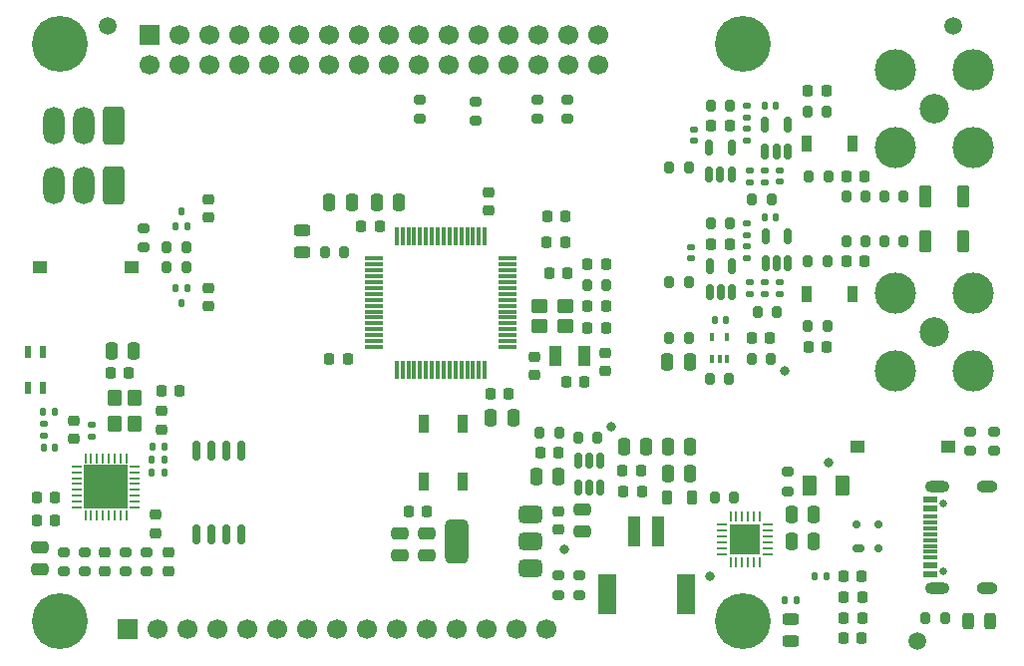
<source format=gbr>
%TF.GenerationSoftware,KiCad,Pcbnew,9.0.3*%
%TF.CreationDate,2025-10-02T12:34:45+05:30*%
%TF.ProjectId,pslab-mini,70736c61-622d-46d6-996e-692e6b696361,0.0.0*%
%TF.SameCoordinates,Original*%
%TF.FileFunction,Soldermask,Top*%
%TF.FilePolarity,Negative*%
%FSLAX46Y46*%
G04 Gerber Fmt 4.6, Leading zero omitted, Abs format (unit mm)*
G04 Created by KiCad (PCBNEW 9.0.3) date 2025-10-02 12:34:45*
%MOMM*%
%LPD*%
G01*
G04 APERTURE LIST*
G04 Aperture macros list*
%AMRoundRect*
0 Rectangle with rounded corners*
0 $1 Rounding radius*
0 $2 $3 $4 $5 $6 $7 $8 $9 X,Y pos of 4 corners*
0 Add a 4 corners polygon primitive as box body*
4,1,4,$2,$3,$4,$5,$6,$7,$8,$9,$2,$3,0*
0 Add four circle primitives for the rounded corners*
1,1,$1+$1,$2,$3*
1,1,$1+$1,$4,$5*
1,1,$1+$1,$6,$7*
1,1,$1+$1,$8,$9*
0 Add four rect primitives between the rounded corners*
20,1,$1+$1,$2,$3,$4,$5,0*
20,1,$1+$1,$4,$5,$6,$7,0*
20,1,$1+$1,$6,$7,$8,$9,0*
20,1,$1+$1,$8,$9,$2,$3,0*%
G04 Aperture macros list end*
%ADD10RoundRect,0.125000X0.125000X-0.175000X0.125000X0.175000X-0.125000X0.175000X-0.125000X-0.175000X0*%
%ADD11RoundRect,0.125000X-0.125000X0.175000X-0.125000X-0.175000X0.125000X-0.175000X0.125000X0.175000X0*%
%ADD12RoundRect,0.200000X-0.275000X0.200000X-0.275000X-0.200000X0.275000X-0.200000X0.275000X0.200000X0*%
%ADD13C,2.500000*%
%ADD14C,3.500000*%
%ADD15C,1.500000*%
%ADD16RoundRect,0.250000X0.275000X0.700000X-0.275000X0.700000X-0.275000X-0.700000X0.275000X-0.700000X0*%
%ADD17RoundRect,0.135000X-0.185000X0.135000X-0.185000X-0.135000X0.185000X-0.135000X0.185000X0.135000X0*%
%ADD18RoundRect,0.250000X-0.475000X0.250000X-0.475000X-0.250000X0.475000X-0.250000X0.475000X0.250000X0*%
%ADD19RoundRect,0.225000X-0.250000X0.225000X-0.250000X-0.225000X0.250000X-0.225000X0.250000X0.225000X0*%
%ADD20C,0.650000*%
%ADD21R,1.240000X0.600000*%
%ADD22R,1.240000X0.300000*%
%ADD23O,2.100000X1.000000*%
%ADD24O,1.800000X1.000000*%
%ADD25RoundRect,0.200000X0.200000X0.275000X-0.200000X0.275000X-0.200000X-0.275000X0.200000X-0.275000X0*%
%ADD26RoundRect,0.225000X-0.225000X-0.250000X0.225000X-0.250000X0.225000X0.250000X-0.225000X0.250000X0*%
%ADD27RoundRect,0.147500X-0.172500X0.147500X-0.172500X-0.147500X0.172500X-0.147500X0.172500X0.147500X0*%
%ADD28RoundRect,0.375000X0.625000X0.375000X-0.625000X0.375000X-0.625000X-0.375000X0.625000X-0.375000X0*%
%ADD29RoundRect,0.500000X0.500000X1.400000X-0.500000X1.400000X-0.500000X-1.400000X0.500000X-1.400000X0*%
%ADD30RoundRect,0.250000X0.250000X0.475000X-0.250000X0.475000X-0.250000X-0.475000X0.250000X-0.475000X0*%
%ADD31RoundRect,0.250000X0.475000X-0.250000X0.475000X0.250000X-0.475000X0.250000X-0.475000X-0.250000X0*%
%ADD32RoundRect,0.150000X-0.150000X0.512500X-0.150000X-0.512500X0.150000X-0.512500X0.150000X0.512500X0*%
%ADD33RoundRect,0.250000X0.375000X0.625000X-0.375000X0.625000X-0.375000X-0.625000X0.375000X-0.625000X0*%
%ADD34RoundRect,0.250000X-0.250000X-0.475000X0.250000X-0.475000X0.250000X0.475000X-0.250000X0.475000X0*%
%ADD35RoundRect,0.225000X0.225000X0.250000X-0.225000X0.250000X-0.225000X-0.250000X0.225000X-0.250000X0*%
%ADD36RoundRect,0.150000X0.150000X-0.512500X0.150000X0.512500X-0.150000X0.512500X-0.150000X-0.512500X0*%
%ADD37RoundRect,0.225000X0.250000X-0.225000X0.250000X0.225000X-0.250000X0.225000X-0.250000X-0.225000X0*%
%ADD38RoundRect,0.200000X-0.200000X-0.275000X0.200000X-0.275000X0.200000X0.275000X-0.200000X0.275000X0*%
%ADD39R,0.900000X1.400000*%
%ADD40R,1.250000X1.000000*%
%ADD41RoundRect,0.140000X-0.170000X0.140000X-0.170000X-0.140000X0.170000X-0.140000X0.170000X0.140000X0*%
%ADD42C,0.800000*%
%ADD43RoundRect,0.200000X0.275000X-0.200000X0.275000X0.200000X-0.275000X0.200000X-0.275000X-0.200000X0*%
%ADD44RoundRect,0.250000X-0.350000X0.450000X-0.350000X-0.450000X0.350000X-0.450000X0.350000X0.450000X0*%
%ADD45C,4.750000*%
%ADD46RoundRect,0.075000X0.700000X0.075000X-0.700000X0.075000X-0.700000X-0.075000X0.700000X-0.075000X0*%
%ADD47RoundRect,0.075000X0.075000X0.700000X-0.075000X0.700000X-0.075000X-0.700000X0.075000X-0.700000X0*%
%ADD48RoundRect,0.140000X-0.140000X-0.170000X0.140000X-0.170000X0.140000X0.170000X-0.140000X0.170000X0*%
%ADD49RoundRect,0.135000X-0.135000X-0.185000X0.135000X-0.185000X0.135000X0.185000X-0.135000X0.185000X0*%
%ADD50RoundRect,0.218750X-0.218750X-0.256250X0.218750X-0.256250X0.218750X0.256250X-0.218750X0.256250X0*%
%ADD51RoundRect,0.250000X-0.450000X-0.350000X0.450000X-0.350000X0.450000X0.350000X-0.450000X0.350000X0*%
%ADD52RoundRect,0.243750X0.243750X0.456250X-0.243750X0.456250X-0.243750X-0.456250X0.243750X-0.456250X0*%
%ADD53RoundRect,0.140000X0.140000X0.170000X-0.140000X0.170000X-0.140000X-0.170000X0.140000X-0.170000X0*%
%ADD54R,1.000000X1.800000*%
%ADD55RoundRect,0.175000X0.325000X-0.175000X0.325000X0.175000X-0.325000X0.175000X-0.325000X-0.175000X0*%
%ADD56RoundRect,0.150000X0.150000X-0.200000X0.150000X0.200000X-0.150000X0.200000X-0.150000X-0.200000X0*%
%ADD57R,1.000000X2.600000*%
%ADD58R,1.500000X3.400000*%
%ADD59RoundRect,0.162500X-0.162500X0.650000X-0.162500X-0.650000X0.162500X-0.650000X0.162500X0.650000X0*%
%ADD60RoundRect,0.218750X0.218750X0.256250X-0.218750X0.256250X-0.218750X-0.256250X0.218750X-0.256250X0*%
%ADD61RoundRect,0.243750X0.456250X-0.243750X0.456250X0.243750X-0.456250X0.243750X-0.456250X-0.243750X0*%
%ADD62RoundRect,0.140000X0.170000X-0.140000X0.170000X0.140000X-0.170000X0.140000X-0.170000X-0.140000X0*%
%ADD63R,1.700000X1.700000*%
%ADD64C,1.700000*%
%ADD65RoundRect,0.062500X-0.337500X-0.062500X0.337500X-0.062500X0.337500X0.062500X-0.337500X0.062500X0*%
%ADD66RoundRect,0.062500X-0.062500X-0.337500X0.062500X-0.337500X0.062500X0.337500X-0.062500X0.337500X0*%
%ADD67R,3.700000X3.700000*%
%ADD68RoundRect,0.062500X0.350000X0.062500X-0.350000X0.062500X-0.350000X-0.062500X0.350000X-0.062500X0*%
%ADD69RoundRect,0.062500X0.062500X0.350000X-0.062500X0.350000X-0.062500X-0.350000X0.062500X-0.350000X0*%
%ADD70R,2.600000X2.600000*%
%ADD71RoundRect,0.250000X0.650000X1.350000X-0.650000X1.350000X-0.650000X-1.350000X0.650000X-1.350000X0*%
%ADD72O,1.800000X3.200000*%
%ADD73RoundRect,0.100000X0.100000X-0.225000X0.100000X0.225000X-0.100000X0.225000X-0.100000X-0.225000X0*%
%ADD74R,0.600000X1.000000*%
%ADD75RoundRect,0.218750X0.218750X0.381250X-0.218750X0.381250X-0.218750X-0.381250X0.218750X-0.381250X0*%
%ADD76RoundRect,0.135000X0.135000X0.185000X-0.135000X0.185000X-0.135000X-0.185000X0.135000X-0.185000X0*%
%ADD77RoundRect,0.243750X-0.456250X0.243750X-0.456250X-0.243750X0.456250X-0.243750X0.456250X0.243750X0*%
%ADD78RoundRect,0.090000X0.360000X-0.660000X0.360000X0.660000X-0.360000X0.660000X-0.360000X-0.660000X0*%
G04 APERTURE END LIST*
D10*
%TO.C,Q2*%
X93000000Y-72250000D03*
X94000000Y-72250000D03*
X93500000Y-70950000D03*
%TD*%
D11*
%TO.C,Q1*%
X94000000Y-77500000D03*
X93000000Y-77500000D03*
X93500000Y-78800000D03*
%TD*%
D12*
%TO.C,R31*%
X126250000Y-61500000D03*
X126250000Y-63150000D03*
%TD*%
D13*
%TO.C,J3*%
X157400000Y-81250000D03*
D14*
X160700000Y-84550000D03*
X160700000Y-77950000D03*
X154100000Y-84550000D03*
X154100000Y-77950000D03*
%TD*%
D12*
%TO.C,R30*%
X113750000Y-61500000D03*
X113750000Y-63150000D03*
%TD*%
D15*
%TO.C,FID3*%
X156000000Y-107500000D03*
%TD*%
D16*
%TO.C,GD1*%
X159825000Y-73500000D03*
X156675000Y-73500000D03*
%TD*%
D17*
%TO.C,R50*%
X141500000Y-73990000D03*
X141500000Y-75010000D03*
%TD*%
D18*
%TO.C,C15*%
X127500000Y-96300000D03*
X127500000Y-98200000D03*
%TD*%
D12*
%TO.C,R32*%
X123740000Y-61500000D03*
X123740000Y-63150000D03*
%TD*%
D19*
%TO.C,C48*%
X91250000Y-96750000D03*
X91250000Y-98300000D03*
%TD*%
D20*
%TO.C,J1*%
X158195000Y-101540000D03*
X158195000Y-95760000D03*
D21*
X157075000Y-101850000D03*
X157075000Y-101050000D03*
D22*
X157075000Y-99900000D03*
X157075000Y-98900000D03*
X157075000Y-98400000D03*
X157075000Y-97400000D03*
D21*
X157075000Y-96250000D03*
X157075000Y-95450000D03*
X157075000Y-95450000D03*
X157075000Y-96250000D03*
D22*
X157075000Y-96900000D03*
X157075000Y-97900000D03*
X157075000Y-99400000D03*
X157075000Y-100400000D03*
D21*
X157075000Y-101050000D03*
X157075000Y-101850000D03*
D23*
X157675000Y-102970000D03*
D24*
X161875000Y-102970000D03*
D23*
X157675000Y-94330000D03*
D24*
X161875000Y-94330000D03*
%TD*%
D25*
%TO.C,R27*%
X140075000Y-62000000D03*
X138425000Y-62000000D03*
%TD*%
D26*
%TO.C,C27*%
X126175000Y-85480000D03*
X127725000Y-85480000D03*
%TD*%
D27*
%TO.C,L6*%
X81775000Y-89050000D03*
X81775000Y-90020000D03*
%TD*%
D28*
%TO.C,U1*%
X123150000Y-101300000D03*
X123150000Y-99000000D03*
D29*
X116850000Y-99000000D03*
D28*
X123150000Y-96700000D03*
%TD*%
D30*
%TO.C,C32*%
X111950000Y-70250000D03*
X110050000Y-70250000D03*
%TD*%
D25*
%TO.C,R10*%
X148300000Y-62500000D03*
X146650000Y-62500000D03*
%TD*%
%TO.C,R29*%
X136575000Y-67250000D03*
X134925000Y-67250000D03*
%TD*%
D15*
%TO.C,FID1*%
X87250000Y-55250000D03*
%TD*%
D19*
%TO.C,C30*%
X129450000Y-83025000D03*
X129450000Y-84575000D03*
%TD*%
D12*
%TO.C,R17*%
X118500000Y-61675000D03*
X118500000Y-63325000D03*
%TD*%
D26*
%TO.C,C16*%
X127975000Y-80900000D03*
X129525000Y-80900000D03*
%TD*%
D31*
%TO.C,C8*%
X114300000Y-100200000D03*
X114300000Y-98300000D03*
%TD*%
D32*
%TO.C,U2*%
X129050000Y-92162500D03*
X128100000Y-92162500D03*
X127150000Y-92162500D03*
X127150000Y-94437500D03*
X128100000Y-94437500D03*
X129050000Y-94437500D03*
%TD*%
D33*
%TO.C,F1*%
X149650000Y-94250000D03*
X146850000Y-94250000D03*
%TD*%
D19*
%TO.C,C56*%
X95800000Y-77475000D03*
X95800000Y-79025000D03*
%TD*%
D34*
%TO.C,C3*%
X145300000Y-99000000D03*
X147200000Y-99000000D03*
%TD*%
D19*
%TO.C,C28*%
X123500000Y-83350000D03*
X123500000Y-84900000D03*
%TD*%
D35*
%TO.C,C39*%
X140025000Y-63750000D03*
X138475000Y-63750000D03*
%TD*%
D36*
%TO.C,U6*%
X143100000Y-75387500D03*
X144050000Y-75387500D03*
X145000000Y-75387500D03*
X145000000Y-73112500D03*
X143100000Y-73112500D03*
%TD*%
D34*
%TO.C,C7*%
X134800000Y-93250000D03*
X136700000Y-93250000D03*
%TD*%
D37*
%TO.C,C2*%
X125500000Y-98025000D03*
X125500000Y-96475000D03*
%TD*%
D38*
%TO.C,R9*%
X149925000Y-69750000D03*
X151575000Y-69750000D03*
%TD*%
D39*
%TO.C,C18*%
X150475000Y-78000000D03*
X146575000Y-78000000D03*
%TD*%
D16*
%TO.C,GD2*%
X159825000Y-69750000D03*
X156675000Y-69750000D03*
%TD*%
D15*
%TO.C,FID2*%
X159000000Y-55250000D03*
%TD*%
D40*
%TO.C,SW1*%
X89250000Y-75750000D03*
X81500000Y-75750000D03*
%TD*%
D27*
%TO.C,L4*%
X85900000Y-89150000D03*
X85900000Y-90120000D03*
%TD*%
D38*
%TO.C,R19*%
X142425000Y-79500000D03*
X144075000Y-79500000D03*
%TD*%
D17*
%TO.C,R51*%
X141750000Y-67490000D03*
X141750000Y-68510000D03*
%TD*%
D41*
%TO.C,C10*%
X144250000Y-77020000D03*
X144250000Y-77980000D03*
%TD*%
D25*
%TO.C,R26*%
X140075000Y-72000000D03*
X138425000Y-72000000D03*
%TD*%
D42*
%TO.C,TP6*%
X130000000Y-89250000D03*
%TD*%
D26*
%TO.C,C12*%
X123975000Y-91500000D03*
X125525000Y-91500000D03*
%TD*%
%TO.C,C35*%
X124725000Y-76250000D03*
X126275000Y-76250000D03*
%TD*%
D43*
%TO.C,R33*%
X125500000Y-103575000D03*
X125500000Y-101925000D03*
%TD*%
D44*
%TO.C,Y2*%
X87850000Y-86850000D03*
X87850000Y-89050000D03*
X89550000Y-89050000D03*
X89550000Y-86850000D03*
%TD*%
D34*
%TO.C,C34*%
X119750000Y-88500000D03*
X121650000Y-88500000D03*
%TD*%
D26*
%TO.C,C22*%
X127975000Y-79000000D03*
X129525000Y-79000000D03*
%TD*%
D45*
%TO.C,MH2*%
X141150000Y-56750000D03*
%TD*%
D25*
%TO.C,R42*%
X107312500Y-74500000D03*
X105662500Y-74500000D03*
%TD*%
D46*
%TO.C,U8*%
X121175000Y-82500000D03*
X121175000Y-82000000D03*
X121175000Y-81500000D03*
X121175000Y-81000000D03*
X121175000Y-80500000D03*
X121175000Y-80000000D03*
X121175000Y-79500000D03*
X121175000Y-79000000D03*
X121175000Y-78500000D03*
X121175000Y-78000000D03*
X121175000Y-77500000D03*
X121175000Y-77000000D03*
X121175000Y-76500000D03*
X121175000Y-76000000D03*
X121175000Y-75500000D03*
X121175000Y-75000000D03*
D47*
X119250000Y-73075000D03*
X118750000Y-73075000D03*
X118250000Y-73075000D03*
X117750000Y-73075000D03*
X117250000Y-73075000D03*
X116750000Y-73075000D03*
X116250000Y-73075000D03*
X115750000Y-73075000D03*
X115250000Y-73075000D03*
X114750000Y-73075000D03*
X114250000Y-73075000D03*
X113750000Y-73075000D03*
X113250000Y-73075000D03*
X112750000Y-73075000D03*
X112250000Y-73075000D03*
X111750000Y-73075000D03*
D46*
X109825000Y-75000000D03*
X109825000Y-75500000D03*
X109825000Y-76000000D03*
X109825000Y-76500000D03*
X109825000Y-77000000D03*
X109825000Y-77500000D03*
X109825000Y-78000000D03*
X109825000Y-78500000D03*
X109825000Y-79000000D03*
X109825000Y-79500000D03*
X109825000Y-80000000D03*
X109825000Y-80500000D03*
X109825000Y-81000000D03*
X109825000Y-81500000D03*
X109825000Y-82000000D03*
X109825000Y-82500000D03*
D47*
X111750000Y-84425000D03*
X112250000Y-84425000D03*
X112750000Y-84425000D03*
X113250000Y-84425000D03*
X113750000Y-84425000D03*
X114250000Y-84425000D03*
X114750000Y-84425000D03*
X115250000Y-84425000D03*
X115750000Y-84425000D03*
X116250000Y-84425000D03*
X116750000Y-84425000D03*
X117250000Y-84425000D03*
X117750000Y-84425000D03*
X118250000Y-84425000D03*
X118750000Y-84425000D03*
X119250000Y-84425000D03*
%TD*%
D12*
%TO.C,R36*%
X88750000Y-99925000D03*
X88750000Y-101575000D03*
%TD*%
D36*
%TO.C,U9*%
X138300000Y-67887500D03*
X139250000Y-67887500D03*
X140200000Y-67887500D03*
X140200000Y-65612500D03*
X138300000Y-65612500D03*
%TD*%
D48*
%TO.C,C57*%
X143020000Y-62000000D03*
X143980000Y-62000000D03*
%TD*%
D34*
%TO.C,C6*%
X134800000Y-91000000D03*
X136700000Y-91000000D03*
%TD*%
D38*
%TO.C,R7*%
X153175000Y-69750000D03*
X154825000Y-69750000D03*
%TD*%
D35*
%TO.C,C45*%
X82775000Y-95250000D03*
X81225000Y-95250000D03*
%TD*%
D38*
%TO.C,R13*%
X146750000Y-68000000D03*
X148400000Y-68000000D03*
%TD*%
D30*
%TO.C,C14*%
X132950000Y-91000000D03*
X131050000Y-91000000D03*
%TD*%
D26*
%TO.C,C31*%
X119725000Y-86500000D03*
X121275000Y-86500000D03*
%TD*%
D35*
%TO.C,C49*%
X82750000Y-97250000D03*
X81200000Y-97250000D03*
%TD*%
D30*
%TO.C,C33*%
X107950000Y-70250000D03*
X106050000Y-70250000D03*
%TD*%
D49*
%TO.C,R41*%
X144740000Y-104000000D03*
X145760000Y-104000000D03*
%TD*%
%TO.C,R44*%
X147230000Y-102000000D03*
X148250000Y-102000000D03*
%TD*%
D50*
%TO.C,D6*%
X149702500Y-103750000D03*
X151277500Y-103750000D03*
%TD*%
D37*
%TO.C,C55*%
X92350000Y-101525000D03*
X92350000Y-99975000D03*
%TD*%
D17*
%TO.C,R52*%
X141500000Y-63990000D03*
X141500000Y-65010000D03*
%TD*%
D49*
%TO.C,R39*%
X90990000Y-92100000D03*
X92010000Y-92100000D03*
%TD*%
D38*
%TO.C,R21*%
X141925000Y-70000000D03*
X143575000Y-70000000D03*
%TD*%
D50*
%TO.C,D8*%
X149665000Y-107250000D03*
X151240000Y-107250000D03*
%TD*%
D42*
%TO.C,TP5*%
X138400000Y-102000000D03*
%TD*%
D51*
%TO.C,Y1*%
X123900000Y-80750000D03*
X126100000Y-80750000D03*
X126100000Y-79050000D03*
X123900000Y-79050000D03*
%TD*%
D26*
%TO.C,C24*%
X146725000Y-82500000D03*
X148275000Y-82500000D03*
%TD*%
%TO.C,C21*%
X146700000Y-60750000D03*
X148250000Y-60750000D03*
%TD*%
D35*
%TO.C,C38*%
X140025000Y-73750000D03*
X138475000Y-73750000D03*
%TD*%
D45*
%TO.C,MH1*%
X83150000Y-56750000D03*
%TD*%
D43*
%TO.C,R34*%
X127250000Y-103575000D03*
X127250000Y-101925000D03*
%TD*%
D52*
%TO.C,D4*%
X162187500Y-105750000D03*
X160312500Y-105750000D03*
%TD*%
D45*
%TO.C,MH4*%
X83150000Y-105750000D03*
%TD*%
D36*
%TO.C,U10*%
X138350000Y-77887500D03*
X139300000Y-77887500D03*
X140250000Y-77887500D03*
X140250000Y-75612500D03*
X138350000Y-75612500D03*
%TD*%
D19*
%TO.C,C44*%
X91815000Y-87965000D03*
X91815000Y-89515000D03*
%TD*%
D53*
%TO.C,C52*%
X82730000Y-91015000D03*
X81770000Y-91015000D03*
%TD*%
D54*
%TO.C,X1*%
X127700000Y-83300000D03*
X125200000Y-83300000D03*
%TD*%
D38*
%TO.C,R4*%
X127175000Y-90250000D03*
X128825000Y-90250000D03*
%TD*%
D55*
%TO.C,U4*%
X151000000Y-99600000D03*
D56*
X152700000Y-99600000D03*
X152700000Y-97600000D03*
X150800000Y-97600000D03*
%TD*%
D38*
%TO.C,R3*%
X123925000Y-89750000D03*
X125575000Y-89750000D03*
%TD*%
%TO.C,R23*%
X141905000Y-83500000D03*
X143555000Y-83500000D03*
%TD*%
D42*
%TO.C,TP8*%
X144750000Y-84500000D03*
%TD*%
D57*
%TO.C,J2*%
X133950000Y-98200000D03*
X131950000Y-98200000D03*
D58*
X136300000Y-103500000D03*
X129600000Y-103500000D03*
%TD*%
D35*
%TO.C,C46*%
X93325000Y-86250000D03*
X91775000Y-86250000D03*
%TD*%
D38*
%TO.C,R15*%
X134905000Y-81750000D03*
X136555000Y-81750000D03*
%TD*%
D59*
%TO.C,U12*%
X98555000Y-91282500D03*
X97285000Y-91282500D03*
X96015000Y-91282500D03*
X94745000Y-91282500D03*
X94745000Y-98457500D03*
X96015000Y-98457500D03*
X97285000Y-98457500D03*
X98555000Y-98457500D03*
%TD*%
D30*
%TO.C,C26*%
X136630000Y-83750000D03*
X134730000Y-83750000D03*
%TD*%
D49*
%TO.C,R40*%
X91000000Y-91000000D03*
X92020000Y-91000000D03*
%TD*%
D18*
%TO.C,C11*%
X112050000Y-98300000D03*
X112050000Y-100200000D03*
%TD*%
D12*
%TO.C,R2*%
X160500000Y-89675000D03*
X160500000Y-91325000D03*
%TD*%
D60*
%TO.C,D7*%
X151277500Y-105500000D03*
X149702500Y-105500000D03*
%TD*%
D19*
%TO.C,C54*%
X95800000Y-69950000D03*
X95800000Y-71500000D03*
%TD*%
D35*
%TO.C,C19*%
X107600000Y-83500000D03*
X106050000Y-83500000D03*
%TD*%
D41*
%TO.C,C58*%
X144250000Y-67510000D03*
X144250000Y-68470000D03*
%TD*%
D36*
%TO.C,U5*%
X143050000Y-65887500D03*
X144000000Y-65887500D03*
X144950000Y-65887500D03*
X144950000Y-63612500D03*
X143050000Y-63612500D03*
%TD*%
D43*
%TO.C,R46*%
X90250000Y-74075000D03*
X90250000Y-72425000D03*
%TD*%
D61*
%TO.C,D2*%
X145250000Y-107500000D03*
X145250000Y-105625000D03*
%TD*%
D35*
%TO.C,C25*%
X110300000Y-72250000D03*
X108750000Y-72250000D03*
%TD*%
D17*
%TO.C,R25*%
X141500000Y-61990000D03*
X141500000Y-63010000D03*
%TD*%
D18*
%TO.C,C50*%
X81500000Y-99500000D03*
X81500000Y-101400000D03*
%TD*%
D17*
%TO.C,R49*%
X141750000Y-76990000D03*
X141750000Y-78010000D03*
%TD*%
D25*
%TO.C,R28*%
X136575000Y-77000000D03*
X134925000Y-77000000D03*
%TD*%
D12*
%TO.C,R5*%
X162500000Y-89675000D03*
X162500000Y-91325000D03*
%TD*%
D26*
%TO.C,C36*%
X127975000Y-75500000D03*
X129525000Y-75500000D03*
%TD*%
D42*
%TO.C,TP7*%
X148400000Y-92300000D03*
%TD*%
D62*
%TO.C,C59*%
X137000000Y-64980000D03*
X137000000Y-64020000D03*
%TD*%
D63*
%TO.C,J5*%
X90750000Y-56000000D03*
D64*
X90750000Y-58540000D03*
X93290000Y-56000000D03*
X93290000Y-58540000D03*
X95830000Y-56000000D03*
X95830000Y-58540000D03*
X98370000Y-56000000D03*
X98370000Y-58540000D03*
X100910000Y-56000000D03*
X100910000Y-58540000D03*
X103450000Y-56000000D03*
X103450000Y-58540000D03*
X105990000Y-56000000D03*
X105990000Y-58540000D03*
X108530000Y-56000000D03*
X108530000Y-58540000D03*
X111070000Y-56000000D03*
X111070000Y-58540000D03*
X113610000Y-56000000D03*
X113610000Y-58540000D03*
X116150000Y-56000000D03*
X116150000Y-58540000D03*
X118690000Y-56000000D03*
X118690000Y-58540000D03*
X121230000Y-56000000D03*
X121230000Y-58540000D03*
X123770000Y-56000000D03*
X123770000Y-58540000D03*
X126310000Y-56000000D03*
X126310000Y-58540000D03*
X128850000Y-56000000D03*
X128850000Y-58540000D03*
%TD*%
D60*
%TO.C,D5*%
X151240000Y-102000000D03*
X149665000Y-102000000D03*
%TD*%
D38*
%TO.C,R18*%
X127925000Y-77250000D03*
X129575000Y-77250000D03*
%TD*%
D42*
%TO.C,TP1*%
X126000000Y-99700000D03*
%TD*%
D53*
%TO.C,C53*%
X82710000Y-88025000D03*
X81750000Y-88025000D03*
%TD*%
D38*
%TO.C,R43*%
X156675000Y-105500000D03*
X158325000Y-105500000D03*
%TD*%
D65*
%TO.C,U11*%
X84625000Y-92645000D03*
X84625000Y-93145000D03*
X84625000Y-93645000D03*
X84625000Y-94145000D03*
X84625000Y-94645000D03*
X84625000Y-95145000D03*
X84625000Y-95645000D03*
X84625000Y-96145000D03*
D66*
X85325000Y-96845000D03*
X85825000Y-96845000D03*
X86325000Y-96845000D03*
X86825000Y-96845000D03*
X87325000Y-96845000D03*
X87825000Y-96845000D03*
X88325000Y-96845000D03*
X88825000Y-96845000D03*
D65*
X89525000Y-96145000D03*
X89525000Y-95645000D03*
X89525000Y-95145000D03*
X89525000Y-94645000D03*
X89525000Y-94145000D03*
X89525000Y-93645000D03*
X89525000Y-93145000D03*
X89525000Y-92645000D03*
D66*
X88825000Y-91945000D03*
X88325000Y-91945000D03*
X87825000Y-91945000D03*
X87325000Y-91945000D03*
X86825000Y-91945000D03*
X86325000Y-91945000D03*
X85825000Y-91945000D03*
X85325000Y-91945000D03*
D67*
X87075000Y-94395000D03*
%TD*%
D12*
%TO.C,R1*%
X145000000Y-93100000D03*
X145000000Y-94750000D03*
%TD*%
D34*
%TO.C,C1*%
X145300000Y-96750000D03*
X147200000Y-96750000D03*
%TD*%
D35*
%TO.C,C37*%
X143480000Y-81750000D03*
X141930000Y-81750000D03*
%TD*%
%TO.C,C9*%
X132500000Y-93000000D03*
X130950000Y-93000000D03*
%TD*%
D38*
%TO.C,R11*%
X149925000Y-73500000D03*
X151575000Y-73500000D03*
%TD*%
D40*
%TO.C,SW4*%
X158625000Y-91000000D03*
X150875000Y-91000000D03*
%TD*%
D34*
%TO.C,C43*%
X87530000Y-82810000D03*
X89430000Y-82810000D03*
%TD*%
D68*
%TO.C,U3*%
X143287500Y-100100000D03*
X143287500Y-99600000D03*
X143287500Y-99100000D03*
X143287500Y-98600000D03*
X143287500Y-98100000D03*
X143287500Y-97600000D03*
D69*
X142600000Y-96912500D03*
X142100000Y-96912500D03*
X141600000Y-96912500D03*
X141100000Y-96912500D03*
X140600000Y-96912500D03*
X140100000Y-96912500D03*
D68*
X139412500Y-97600000D03*
X139412500Y-98100000D03*
X139412500Y-98600000D03*
X139412500Y-99100000D03*
X139412500Y-99600000D03*
X139412500Y-100100000D03*
D69*
X140100000Y-100787500D03*
X140600000Y-100787500D03*
X141100000Y-100787500D03*
X141600000Y-100787500D03*
X142100000Y-100787500D03*
X142600000Y-100787500D03*
D70*
X141350000Y-98850000D03*
%TD*%
D71*
%TO.C,J7*%
X87750000Y-63750000D03*
D72*
X85210000Y-63750000D03*
X82670000Y-63750000D03*
D71*
X87750000Y-68750000D03*
D72*
X85210000Y-68750000D03*
X82670000Y-68750000D03*
%TD*%
D73*
%TO.C,U7*%
X138530000Y-83550000D03*
X139180000Y-83550000D03*
X139830000Y-83550000D03*
X139830000Y-81650000D03*
X138530000Y-81650000D03*
%TD*%
D38*
%TO.C,R14*%
X138330000Y-85250000D03*
X139980000Y-85250000D03*
%TD*%
D30*
%TO.C,C4*%
X125500000Y-93500000D03*
X123600000Y-93500000D03*
%TD*%
D12*
%TO.C,R35*%
X90500000Y-99925000D03*
X90500000Y-101575000D03*
%TD*%
D63*
%TO.C,J6*%
X88900000Y-106425000D03*
D64*
X91440000Y-106425000D03*
X93980000Y-106425000D03*
X96520000Y-106425000D03*
X99060000Y-106425000D03*
X101600000Y-106425000D03*
X104140000Y-106425000D03*
X106680000Y-106425000D03*
X109220000Y-106425000D03*
X111760000Y-106425000D03*
X114300000Y-106425000D03*
X116840000Y-106425000D03*
X119380000Y-106425000D03*
X121920000Y-106425000D03*
X124460000Y-106425000D03*
%TD*%
D12*
%TO.C,R37*%
X83500000Y-99925000D03*
X83500000Y-101575000D03*
%TD*%
D74*
%TO.C,ANT1*%
X81750000Y-85950000D03*
X81750000Y-82950000D03*
X80450000Y-82950000D03*
X80450000Y-85950000D03*
%TD*%
D75*
%TO.C,L1*%
X136812500Y-95250000D03*
X134687500Y-95250000D03*
%TD*%
D37*
%TO.C,C29*%
X119570000Y-70925000D03*
X119570000Y-69375000D03*
%TD*%
D45*
%TO.C,MH3*%
X141150000Y-105750000D03*
%TD*%
D50*
%TO.C,L3*%
X131000000Y-94750000D03*
X132575000Y-94750000D03*
%TD*%
D48*
%TO.C,C5*%
X143020000Y-71500000D03*
X143980000Y-71500000D03*
%TD*%
D37*
%TO.C,C42*%
X84350000Y-90325000D03*
X84350000Y-88775000D03*
%TD*%
D50*
%TO.C,L2*%
X112762500Y-96450000D03*
X114337500Y-96450000D03*
%TD*%
D38*
%TO.C,R16*%
X146675000Y-75250000D03*
X148325000Y-75250000D03*
%TD*%
D17*
%TO.C,R20*%
X143000000Y-76990000D03*
X143000000Y-78010000D03*
%TD*%
D76*
%TO.C,R38*%
X92010000Y-93200000D03*
X90990000Y-93200000D03*
%TD*%
D13*
%TO.C,J4*%
X157400000Y-62250000D03*
D14*
X160700000Y-65550000D03*
X160700000Y-58950000D03*
X154100000Y-65550000D03*
X154100000Y-58950000D03*
%TD*%
D17*
%TO.C,R22*%
X143000000Y-67500000D03*
X143000000Y-68520000D03*
%TD*%
D38*
%TO.C,R8*%
X153175000Y-73500000D03*
X154825000Y-73500000D03*
%TD*%
D25*
%TO.C,R12*%
X148325000Y-80750000D03*
X146675000Y-80750000D03*
%TD*%
D12*
%TO.C,R45*%
X85250000Y-99925000D03*
X85250000Y-101575000D03*
%TD*%
D60*
%TO.C,L5*%
X89035000Y-84740000D03*
X87460000Y-84740000D03*
%TD*%
D62*
%TO.C,C13*%
X136750000Y-74980000D03*
X136750000Y-74020000D03*
%TD*%
D38*
%TO.C,R48*%
X92225000Y-74000000D03*
X93875000Y-74000000D03*
%TD*%
D17*
%TO.C,R24*%
X141500000Y-71980000D03*
X141500000Y-73000000D03*
%TD*%
D38*
%TO.C,R6*%
X138750000Y-95250000D03*
X140400000Y-95250000D03*
%TD*%
D39*
%TO.C,C17*%
X150450000Y-65250000D03*
X146550000Y-65250000D03*
%TD*%
D38*
%TO.C,R47*%
X92225000Y-75750000D03*
X93875000Y-75750000D03*
%TD*%
D35*
%TO.C,C40*%
X126055000Y-73620000D03*
X124505000Y-73620000D03*
%TD*%
D77*
%TO.C,D3*%
X103700000Y-72562500D03*
X103700000Y-74437500D03*
%TD*%
D19*
%TO.C,C47*%
X87000000Y-99975000D03*
X87000000Y-101525000D03*
%TD*%
D48*
%TO.C,C51*%
X138770000Y-80250000D03*
X139730000Y-80250000D03*
%TD*%
D78*
%TO.C,D1*%
X114100000Y-93900000D03*
X117400000Y-93900000D03*
X117400000Y-89000000D03*
X114100000Y-89000000D03*
%TD*%
D35*
%TO.C,C20*%
X151525000Y-68000000D03*
X149975000Y-68000000D03*
%TD*%
%TO.C,C41*%
X126120000Y-71380000D03*
X124570000Y-71380000D03*
%TD*%
%TO.C,C23*%
X151500000Y-75250000D03*
X149950000Y-75250000D03*
%TD*%
M02*

</source>
